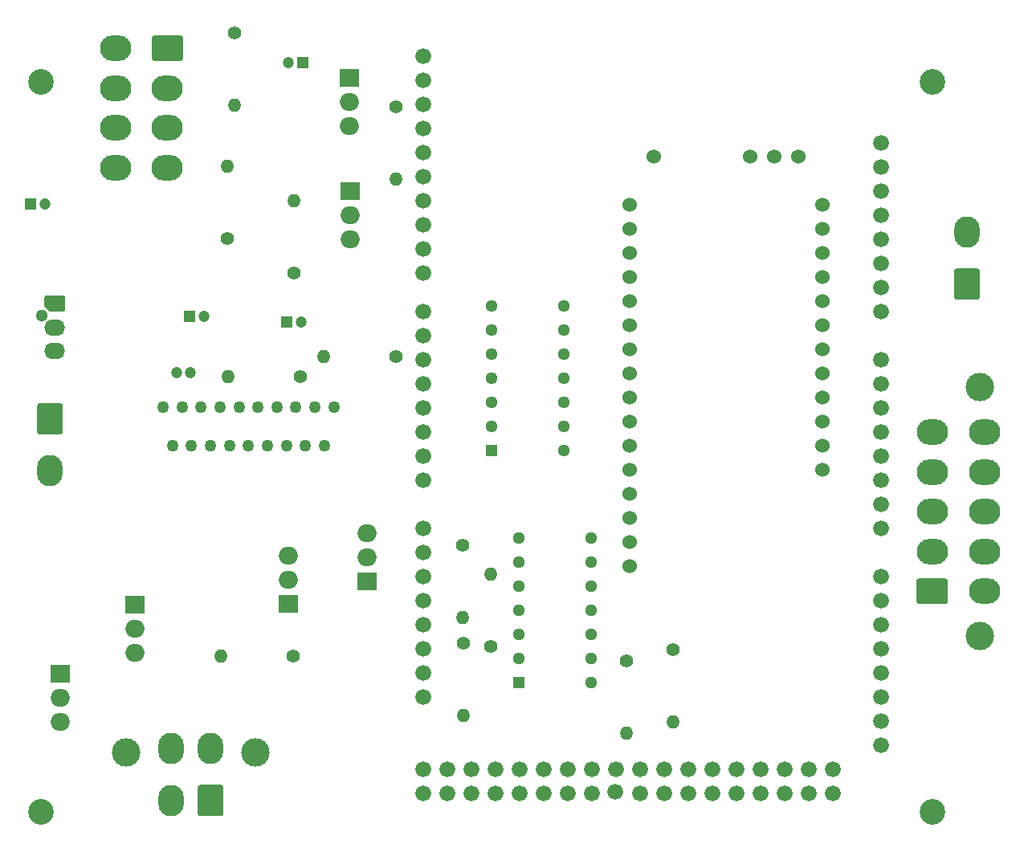
<source format=gbr>
G04 #@! TF.GenerationSoftware,KiCad,Pcbnew,(5.1.7)-1*
G04 #@! TF.CreationDate,2021-10-23T14:10:48-04:00*
G04 #@! TF.ProjectId,PCB_2020,5043425f-3230-4323-902e-6b696361645f,rev?*
G04 #@! TF.SameCoordinates,Original*
G04 #@! TF.FileFunction,Soldermask,Top*
G04 #@! TF.FilePolarity,Negative*
%FSLAX46Y46*%
G04 Gerber Fmt 4.6, Leading zero omitted, Abs format (unit mm)*
G04 Created by KiCad (PCBNEW (5.1.7)-1) date 2021-10-23 14:10:48*
%MOMM*%
%LPD*%
G01*
G04 APERTURE LIST*
%ADD10C,3.000000*%
%ADD11O,2.700000X3.300000*%
%ADD12C,0.100000*%
%ADD13O,2.200000X1.700000*%
%ADD14C,1.300000*%
%ADD15O,2.000000X1.905000*%
%ADD16R,2.000000X1.905000*%
%ADD17C,1.676400*%
%ADD18O,3.300000X2.700000*%
%ADD19O,1.400000X1.400000*%
%ADD20C,1.400000*%
%ADD21C,1.200000*%
%ADD22R,1.200000X1.200000*%
%ADD23C,1.270000*%
%ADD24C,1.295400*%
%ADD25R,1.295400X1.295400*%
%ADD26C,1.524000*%
%ADD27C,2.700000*%
G04 APERTURE END LIST*
D10*
X140350000Y-127335000D03*
X153950000Y-127335000D03*
D11*
X145050000Y-126875000D03*
X149250000Y-126875000D03*
X145050000Y-132375000D03*
G36*
G01*
X150600000Y-130975001D02*
X150600000Y-133774999D01*
G75*
G02*
X150349999Y-134025000I-250001J0D01*
G01*
X148150001Y-134025000D01*
G75*
G02*
X147900000Y-133774999I0J250001D01*
G01*
X147900000Y-130975001D01*
G75*
G02*
X148150001Y-130725000I250001J0D01*
G01*
X150349999Y-130725000D01*
G75*
G02*
X150600000Y-130975001I0J-250001D01*
G01*
G37*
D12*
G36*
X133708773Y-79144804D02*
G01*
X133755671Y-79159030D01*
X133798893Y-79182133D01*
X133836777Y-79213223D01*
X133867867Y-79251107D01*
X133890970Y-79294329D01*
X133905196Y-79341227D01*
X133910000Y-79390000D01*
X133910000Y-80590000D01*
X133905196Y-80638773D01*
X133890970Y-80685671D01*
X133867867Y-80728893D01*
X133836777Y-80766777D01*
X133798893Y-80797867D01*
X133755671Y-80820970D01*
X133708773Y-80835196D01*
X133660000Y-80840000D01*
X132360000Y-80840000D01*
X132311227Y-80835196D01*
X132264329Y-80820970D01*
X132221107Y-80797867D01*
X132183223Y-80766777D01*
X131783223Y-80366777D01*
X131752133Y-80328893D01*
X131729030Y-80285671D01*
X131714804Y-80238773D01*
X131710000Y-80190000D01*
X131710000Y-79390000D01*
X131714804Y-79341227D01*
X131729030Y-79294329D01*
X131752133Y-79251107D01*
X131783223Y-79213223D01*
X131821107Y-79182133D01*
X131864329Y-79159030D01*
X131911227Y-79144804D01*
X131960000Y-79140000D01*
X133660000Y-79140000D01*
X133708773Y-79144804D01*
G37*
D13*
X132810000Y-82490000D03*
X132810000Y-84990000D03*
D14*
X131470000Y-81240000D03*
D15*
X165750000Y-104170000D03*
X165750000Y-106710000D03*
D16*
X165750000Y-109250000D03*
D17*
X219950000Y-63050000D03*
X219950000Y-65590000D03*
X219950000Y-68130000D03*
X219950000Y-70670000D03*
X219950000Y-73210000D03*
X219950000Y-75750000D03*
X219950000Y-78290000D03*
X219950000Y-80830000D03*
X219950000Y-85910000D03*
X219950000Y-88450000D03*
X219950000Y-90990000D03*
X219950000Y-93530000D03*
X219950000Y-96070000D03*
X219950000Y-98610000D03*
X219950000Y-101150000D03*
X219950000Y-103690000D03*
X219950000Y-111310000D03*
X219950000Y-108770000D03*
X219950000Y-113850000D03*
X219950000Y-116390000D03*
X219950000Y-118930000D03*
X219950000Y-121470000D03*
X219950000Y-124010000D03*
X219950000Y-126550000D03*
X214870000Y-131630000D03*
X214870000Y-129090000D03*
X212330000Y-131630000D03*
X209790000Y-131630000D03*
X207250000Y-131630000D03*
X204710000Y-131630000D03*
X202170000Y-129090000D03*
X197090000Y-131630000D03*
X197090000Y-129090000D03*
X191908400Y-131464900D03*
X192010000Y-129090000D03*
X189470000Y-129090000D03*
X186930000Y-129090000D03*
X184390000Y-129090000D03*
X179310000Y-129090000D03*
X176770000Y-129090000D03*
X174230000Y-129090000D03*
X171690000Y-129090000D03*
X171690000Y-131630000D03*
X174230000Y-131630000D03*
X176770000Y-131630000D03*
X179310000Y-131630000D03*
X181850000Y-129090000D03*
X181850000Y-131630000D03*
X184390000Y-131630000D03*
X186930000Y-131630000D03*
X189470000Y-131630000D03*
X194550000Y-129090000D03*
X194550000Y-131630000D03*
X199630000Y-129090000D03*
X199630000Y-131630000D03*
X202170000Y-131630000D03*
X204710000Y-129090000D03*
X207250000Y-129090000D03*
X209790000Y-129090000D03*
X212330000Y-129090000D03*
X171690000Y-121470000D03*
X171690000Y-118930000D03*
X171690000Y-116390000D03*
X171690000Y-113850000D03*
X171690000Y-111310000D03*
X171690000Y-108770000D03*
X171690000Y-106230000D03*
X171690000Y-103690000D03*
X171690000Y-98610000D03*
X171690000Y-96070000D03*
X171690000Y-93530000D03*
X171690000Y-90990000D03*
X171690000Y-88450000D03*
X171690000Y-85910000D03*
X171690000Y-83370000D03*
X171690000Y-80830000D03*
X171690000Y-76766000D03*
X171690000Y-74226000D03*
X171690000Y-71686000D03*
X171690000Y-69146000D03*
X171690000Y-66606000D03*
X171690000Y-64066000D03*
X171690000Y-61526000D03*
X171690000Y-58986000D03*
X171690000Y-56446000D03*
X171690000Y-53906000D03*
D10*
X230350000Y-88830000D03*
X230350000Y-115030000D03*
D18*
X230810000Y-93530000D03*
X230810000Y-97730000D03*
X230810000Y-101930000D03*
X230810000Y-106130000D03*
X230810000Y-110330000D03*
X225310000Y-93530000D03*
X225310000Y-97730000D03*
X225310000Y-101930000D03*
X225310000Y-106130000D03*
G36*
G01*
X226709999Y-111680000D02*
X223910001Y-111680000D01*
G75*
G02*
X223660000Y-111429999I0J250001D01*
G01*
X223660000Y-109230001D01*
G75*
G02*
X223910001Y-108980000I250001J0D01*
G01*
X226709999Y-108980000D01*
G75*
G02*
X226960000Y-109230001I0J-250001D01*
G01*
X226960000Y-111429999D01*
G75*
G02*
X226709999Y-111680000I-250001J0D01*
G01*
G37*
D19*
X161200000Y-85590000D03*
D20*
X168820000Y-85590000D03*
D19*
X151130000Y-87690000D03*
D20*
X158750000Y-87690000D03*
D19*
X158020000Y-69150000D03*
D20*
X158020000Y-76770000D03*
D19*
X178780000Y-108490000D03*
D20*
X178780000Y-116110000D03*
D19*
X150300000Y-117150000D03*
D20*
X157920000Y-117150000D03*
D19*
X175830000Y-113110000D03*
D20*
X175830000Y-105490000D03*
D19*
X198000000Y-124090000D03*
D20*
X198000000Y-116470000D03*
D19*
X151000000Y-65480000D03*
D20*
X151000000Y-73100000D03*
D19*
X193120000Y-125310000D03*
D20*
X193120000Y-117690000D03*
D19*
X175940000Y-123390000D03*
D20*
X175940000Y-115770000D03*
D19*
X151730000Y-59070000D03*
D20*
X151730000Y-51450000D03*
D19*
X168780000Y-66870000D03*
D20*
X168780000Y-59250000D03*
D21*
X131780000Y-69530000D03*
D22*
X130280000Y-69530000D03*
D21*
X158770000Y-81930000D03*
D22*
X157270000Y-81930000D03*
D21*
X148530000Y-81340000D03*
D22*
X147030000Y-81340000D03*
D21*
X157470000Y-54590000D03*
D22*
X158970000Y-54590000D03*
D21*
X145640000Y-87270000D03*
X147140000Y-87270000D03*
D23*
X162239999Y-90940000D03*
X161239999Y-94940000D03*
X160239998Y-90940000D03*
X159240000Y-94940000D03*
X158240000Y-90940000D03*
X157239999Y-94940000D03*
X156239999Y-90940000D03*
X155240001Y-94940000D03*
X154240000Y-90940000D03*
X153239999Y-94940000D03*
X152239999Y-90940000D03*
X151239998Y-94940000D03*
X150240000Y-90940000D03*
X149240000Y-94940000D03*
X148239999Y-90940000D03*
X147239999Y-94940000D03*
X146239998Y-90940000D03*
X145240000Y-94940000D03*
X144240000Y-90940000D03*
D24*
X186480000Y-95480000D03*
X186480000Y-92940000D03*
X186480000Y-90400000D03*
X186480000Y-87860000D03*
X186480000Y-85320000D03*
X186480000Y-82780000D03*
X186480000Y-80240000D03*
X178860000Y-80240000D03*
X178860000Y-82780000D03*
X178860000Y-85320000D03*
X178860000Y-87860000D03*
X178860000Y-90400000D03*
X178860000Y-92940000D03*
D25*
X178860000Y-95480000D03*
D11*
X132320000Y-97640000D03*
G36*
G01*
X130970000Y-93539999D02*
X130970000Y-90740001D01*
G75*
G02*
X131220001Y-90490000I250001J0D01*
G01*
X133419999Y-90490000D01*
G75*
G02*
X133670000Y-90740001I0J-250001D01*
G01*
X133670000Y-93539999D01*
G75*
G02*
X133419999Y-93790000I-250001J0D01*
G01*
X131220001Y-93790000D01*
G75*
G02*
X130970000Y-93539999I0J250001D01*
G01*
G37*
G36*
G01*
X143300001Y-51725000D02*
X146099999Y-51725000D01*
G75*
G02*
X146350000Y-51975001I0J-250001D01*
G01*
X146350000Y-54174999D01*
G75*
G02*
X146099999Y-54425000I-250001J0D01*
G01*
X143300001Y-54425000D01*
G75*
G02*
X143050000Y-54174999I0J250001D01*
G01*
X143050000Y-51975001D01*
G75*
G02*
X143300001Y-51725000I250001J0D01*
G01*
G37*
D18*
X144700000Y-57275000D03*
X144700000Y-61475000D03*
X144700000Y-65675000D03*
X139200000Y-53075000D03*
X139200000Y-57275000D03*
X139200000Y-61475000D03*
X139200000Y-65675000D03*
D24*
X189390000Y-119970000D03*
X189390000Y-117430000D03*
X189390000Y-114890000D03*
X189390000Y-112350000D03*
X189390000Y-109810000D03*
X189390000Y-107270000D03*
X189390000Y-104730000D03*
X181770000Y-104730000D03*
X181770000Y-107270000D03*
X181770000Y-109810000D03*
X181770000Y-112350000D03*
X181770000Y-114890000D03*
X181770000Y-117430000D03*
D25*
X181770000Y-119970000D03*
D26*
X195980000Y-64470000D03*
X206140000Y-64470000D03*
X211220000Y-64470000D03*
X208680000Y-64470000D03*
X193440000Y-107650000D03*
X193440000Y-105110000D03*
X193440000Y-102570000D03*
X193440000Y-100030000D03*
X193440000Y-72090000D03*
X193440000Y-79710000D03*
X193440000Y-94950000D03*
X193440000Y-89870000D03*
X193440000Y-82250000D03*
X193440000Y-97490000D03*
X193440000Y-69550000D03*
X193440000Y-92410000D03*
X193440000Y-84790000D03*
X193440000Y-87330000D03*
X193440000Y-74630000D03*
X193440000Y-77170000D03*
X213760000Y-72090000D03*
X213760000Y-74630000D03*
X213760000Y-77170000D03*
X213760000Y-79710000D03*
X213760000Y-82250000D03*
X213760000Y-84790000D03*
X213760000Y-87330000D03*
X213760000Y-89870000D03*
X213760000Y-92410000D03*
X213760000Y-94950000D03*
X213760000Y-69550000D03*
X213760000Y-97490000D03*
D15*
X157430000Y-106610000D03*
X157430000Y-109150000D03*
D16*
X157430000Y-111690000D03*
D15*
X163920000Y-61280000D03*
X163920000Y-58740000D03*
D16*
X163920000Y-56200000D03*
D15*
X163990000Y-73190000D03*
X163990000Y-70650000D03*
D16*
X163990000Y-68110000D03*
D15*
X141250000Y-116830000D03*
X141250000Y-114290000D03*
D16*
X141250000Y-111750000D03*
D15*
X133360000Y-124130000D03*
X133360000Y-121590000D03*
D16*
X133360000Y-119050000D03*
D27*
X225325000Y-56600000D03*
G36*
G01*
X230340000Y-76540001D02*
X230340000Y-79339999D01*
G75*
G02*
X230089999Y-79590000I-250001J0D01*
G01*
X227890001Y-79590000D01*
G75*
G02*
X227640000Y-79339999I0J250001D01*
G01*
X227640000Y-76540001D01*
G75*
G02*
X227890001Y-76290000I250001J0D01*
G01*
X230089999Y-76290000D01*
G75*
G02*
X230340000Y-76540001I0J-250001D01*
G01*
G37*
D11*
X228990000Y-72440000D03*
D27*
X131325000Y-133600000D03*
X131325000Y-56600000D03*
X225325000Y-133600000D03*
M02*

</source>
